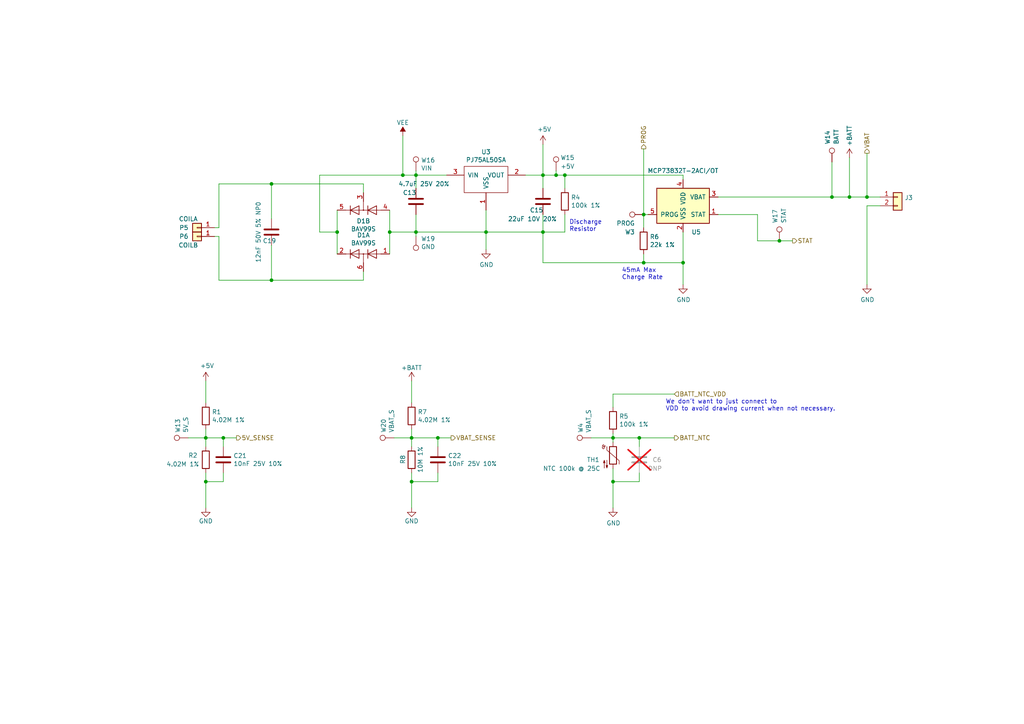
<source format=kicad_sch>
(kicad_sch (version 20230121) (generator eeschema)
  (paper "A4")
  (lib_symbols
    (symbol "Connector_Generic:Conn_01x01" (pin_names (offset 1.016) hide)
      (property "Reference" "J" (at 0 2.54 0))
      (property "Value" "Conn_01x01" (at 0 -2.54 0))
      (symbol "Conn_01x01_1_1"
        (rectangle (start -1.27 0.127) (end 0 -0.127) (stroke (width 0.1524)))
        (rectangle (start -1.27 1.27) (end 1.27 -1.27) (stroke (width 0.254)) (fill (type background)))
        (pin passive line (at -5.08 0 0) (length 3.81) (name "Pin_1") (number "1"))
      )
    )
    (symbol "Connector_Generic:Conn_01x02" (pin_names (offset 1.016) hide)
      (property "Reference" "J" (at 0 2.54 0))
      (property "Value" "Conn_01x02" (at 0 -5.08 0))
      (symbol "Conn_01x02_1_1"
        (rectangle (start -1.27 -2.413) (end 0 -2.667) (stroke (width 0.1524)))
        (rectangle (start -1.27 0.127) (end 0 -0.127) (stroke (width 0.1524)))
        (rectangle (start -1.27 1.27) (end 1.27 -3.81) (stroke (width 0.254)) (fill (type background)))
        (pin passive line (at -5.08 0 0) (length 3.81) (name "Pin_1") (number "1"))
        (pin passive line (at -5.08 -2.54 0) (length 3.81) (name "Pin_2") (number "2"))
      )
    )
    (symbol "Device:C" (pin_numbers hide) (pin_names (offset 0.254))
      (property "Reference" "C" (at 0.635 2.54 0))
      (property "Value" "C" (at 0.635 -2.54 0))
      (symbol "C_0_1"
        (polyline (pts (xy -2.032 -0.762) (xy 2.032 -0.762)) (stroke (width 0.508)))
        (polyline (pts (xy -2.032 0.762) (xy 2.032 0.762)) (stroke (width 0.508)))
      )
      (symbol "C_1_1"
        (pin passive line (at 0 3.81 270) (length 2.794) (name "~") (number "1"))
        (pin passive line (at 0 -3.81 90) (length 2.794) (name "~") (number "2"))
      )
    )
    (symbol "Device:R" (pin_numbers hide) (pin_names (offset 0))
      (property "Reference" "R" (at 2.032 0 90))
      (property "Value" "R" (at 0 0 90))
      (symbol "R_0_1"
        (rectangle (start -1.016 -2.54) (end 1.016 2.54) (stroke (width 0.254)))
      )
      (symbol "R_1_1"
        (pin passive line (at 0 3.81 270) (length 1.27) (name "~") (number "1"))
        (pin passive line (at 0 -3.81 90) (length 1.27) (name "~") (number "2"))
      )
    )
    (symbol "Device:Thermistor_NTC" (pin_numbers hide) (pin_names (offset 0))
      (property "Reference" "TH" (at -4.445 0 90))
      (property "Value" "Thermistor_NTC" (at 3.175 0 90))
      (symbol "Thermistor_NTC_0_1"
        (arc (start -3.048 2.159) (mid -3.0495 2.3143) (end -3.175 2.413))
        (arc (start -3.048 2.159) (mid -2.9736 1.9794) (end -2.794 1.905))
        (arc (start -3.048 2.794) (mid -2.9736 2.6144) (end -2.794 2.54))
        (arc (start -2.794 1.905) (mid -2.6144 1.9794) (end -2.54 2.159))
        (arc (start -2.794 2.54) (mid -2.4393 2.5587) (end -2.159 2.794))
        (arc (start -2.794 3.048) (mid -2.9736 2.9736) (end -3.048 2.794))
        (arc (start -2.54 2.794) (mid -2.6144 2.9736) (end -2.794 3.048))
        (rectangle (start -1.016 2.54) (end 1.016 -2.54) (stroke (width 0.254)))
        (polyline (pts (xy -2.54 2.159) (xy -2.54 2.794)))
        (polyline (pts (xy -1.778 2.54) (xy -1.778 1.524) (xy 1.778 -1.524) (xy 1.778 -2.54)))
        (polyline (pts (xy -2.54 -3.683) (xy -2.54 -1.397) (xy -2.794 -2.159) (xy -2.286 -2.159) (xy -2.54 -1.397) (xy -2.54 -1.651)) (fill (type outline)))
        (polyline (pts (xy -1.778 -1.397) (xy -1.778 -3.683) (xy -2.032 -2.921) (xy -1.524 -2.921) (xy -1.778 -3.683) (xy -1.778 -3.429)) (fill (type outline)))
      )
      (symbol "Thermistor_NTC_1_1"
        (pin passive line (at 0 3.81 270) (length 1.27) (name "~") (number "1"))
        (pin passive line (at 0 -3.81 90) (length 1.27) (name "~") (number "2"))
      )
    )
    (symbol "Pixels-dice:BAV99S-diode" (pin_names (offset 0.0254) hide)
      (property "Reference" "D" (at 0 2.54 0))
      (property "Value" "BAV99S-diode" (at 0 5.08 0))
      (symbol "BAV99S-diode_0_1"
        (polyline (pts (xy -5.08 0) (xy 5.08 0)))
        (polyline (pts (xy 0 0) (xy 0 -2.54)))
        (polyline (pts (xy -1.27 -1.27) (xy -1.27 1.27) (xy -1.27 1.27)) (stroke (width 0.2032)))
        (polyline (pts (xy 3.81 1.27) (xy 3.81 -1.27) (xy 3.81 -1.27)) (stroke (width 0.2032)))
        (polyline (pts (xy -3.81 1.27) (xy -1.27 0) (xy -3.81 -1.27) (xy -3.81 1.27) (xy -3.81 1.27) (xy -3.81 1.27)) (stroke (width 0.2032)))
        (polyline (pts (xy 1.27 1.27) (xy 3.81 0) (xy 1.27 -1.27) (xy 1.27 1.27) (xy 1.27 1.27) (xy 1.27 1.27)) (stroke (width 0.2032)))
        (circle (center 0 0) (radius 0.127))
      )
      (symbol "BAV99S-diode_1_1"
        (polyline (pts (xy 6.35 0) (xy 7.62 0)))
        (pin passive line (at -7.62 0 0) (length 2.54) (name "A1") (number "1"))
        (pin passive line (at 7.62 0 180) (length 2.54) (name "K2") (number "2"))
        (pin passive line (at 0 -5.08 90) (length 2.54) (name "K3A4") (number "6"))
      )
      (symbol "BAV99S-diode_2_1"
        (polyline (pts (xy 6.35 0) (xy 7.62 0)))
        (pin passive line (at 0 -5.08 90) (length 2.54) (name "K1A2") (number "3"))
        (pin passive line (at -7.62 0 0) (length 2.54) (name "A3") (number "4"))
        (pin passive line (at 7.62 0 180) (length 2.54) (name "K4") (number "5"))
      )
    )
    (symbol "Pixels-dice:HX6306P502MR" (pin_names (offset 1.016))
      (property "Reference" "U" (at 3.81 -6.35 0))
      (property "Value" "HX6306P502MR" (at 0 3.81 0))
      (symbol "HX6306P502MR_0_1"
        (rectangle (start -6.35 2.54) (end 6.35 -5.08))
      )
      (symbol "HX6306P502MR_1_1"
        (pin power_in line (at 0 -10.16 90) (length 5.08) (name "VSS") (number "1"))
        (pin power_out line (at 11.43 0 180) (length 5.08) (name "VOUT") (number "2"))
        (pin power_in line (at -11.43 0 0) (length 5.08) (name "VIN") (number "3"))
      )
    )
    (symbol "Pixels-dice:MCP73831-2-OT-battery_management" (pin_names (offset 1.016))
      (property "Reference" "U" (at -7.62 6.35 0))
      (property "Value" "MCP73831-2-OT-battery_management" (at 1.27 6.35 0))
      (symbol "MCP73831-2-OT-battery_management_0_1"
        (rectangle (start -7.62 5.08) (end 7.62 -5.08) (stroke (width 0.254)) (fill (type background)))
      )
      (symbol "MCP73831-2-OT-battery_management_1_1"
        (pin output line (at 10.16 -2.54 180) (length 2.54) (name "STAT") (number "1"))
        (pin power_in line (at 0 -7.62 90) (length 2.54) (name "VSS") (number "2"))
        (pin power_out line (at 10.16 2.54 180) (length 2.54) (name "VBAT") (number "3"))
        (pin power_in line (at 0 7.62 270) (length 2.54) (name "VDD") (number "4"))
        (pin input line (at -10.16 -2.54 0) (length 2.54) (name "PROG") (number "5"))
      )
    )
    (symbol "Pixels-dice:TEST_1P-conn" (pin_numbers hide) (pin_names (offset 0.762) hide)
      (property "Reference" "W" (at 0 6.858 0))
      (property "Value" "TEST_1P-conn" (at 0 5.08 0))
      (symbol "TEST_1P-conn_0_1"
        (circle (center 0 3.302) (radius 0.762))
      )
      (symbol "TEST_1P-conn_1_1"
        (pin passive line (at 0 0 90) (length 2.54) (name "1") (number "1"))
      )
    )
    (symbol "power:+5V" (power) (pin_names (offset 0))
      (property "Value" "+5V" (at 0 3.556 0))
      (symbol "+5V_0_1"
        (polyline (pts (xy -0.762 1.27) (xy 0 2.54)))
        (polyline (pts (xy 0 0) (xy 0 2.54)))
        (polyline (pts (xy 0 2.54) (xy 0.762 1.27)))
      )
      (symbol "+5V_1_1"
        (pin power_in line (at 0 0 90) (length 0) hide (name "+5V") (number "1"))
      )
    )
    (symbol "power:+BATT" (power) (pin_names (offset 0))
      (property "Value" "+BATT" (at 0 3.556 0))
      (symbol "+BATT_0_1"
        (polyline (pts (xy -0.762 1.27) (xy 0 2.54)))
        (polyline (pts (xy 0 0) (xy 0 2.54)))
        (polyline (pts (xy 0 2.54) (xy 0.762 1.27)))
      )
      (symbol "+BATT_1_1"
        (pin power_in line (at 0 0 90) (length 0) hide (name "+BATT") (number "1"))
      )
    )
    (symbol "power:GND" (power) (pin_names (offset 0))
      (property "Value" "GND" (at 0 -3.81 0))
      (symbol "GND_0_1"
        (polyline (pts (xy 0 0) (xy 0 -1.27) (xy 1.27 -1.27) (xy 0 -2.54) (xy -1.27 -1.27) (xy 0 -1.27)))
      )
      (symbol "GND_1_1"
        (pin power_in line (at 0 0 270) (length 0) hide (name "GND") (number "1"))
      )
    )
    (symbol "power:VEE" (power) (pin_names (offset 0))
      (property "Value" "VEE" (at 0 3.81 0))
      (symbol "VEE_0_1"
        (polyline (pts (xy 0 0) (xy 0 2.54)))
        (polyline (pts (xy 0.762 1.27) (xy -0.762 1.27) (xy 0 2.54) (xy 0.762 1.27)) (fill (type outline)))
      )
      (symbol "VEE_1_1"
        (pin power_in line (at 0 0 90) (length 0) hide (name "VEE") (number "1"))
      )
    )
  )
  (junction (at 163.83 50.8))
  (junction (at 97.79 67.31))
  (junction (at 251.46 57.15))
  (junction (at 177.8 139.7))
  (junction (at 59.69 127))
  (junction (at 186.69 76.2))
  (junction (at 59.69 139.7))
  (junction (at 198.12 76.2))
  (junction (at 186.69 62.23))
  (junction (at 157.48 67.31))
  (junction (at 246.38 57.15))
  (junction (at 140.97 67.31))
  (junction (at 177.8 127))
  (junction (at 120.65 67.31))
  (junction (at 78.74 53.34))
  (junction (at 120.65 50.8))
  (junction (at 119.38 139.7))
  (junction (at 64.77 127))
  (junction (at 241.3 57.15))
  (junction (at 157.48 50.8))
  (junction (at 78.74 81.28))
  (junction (at 161.29 50.8))
  (junction (at 185.42 127))
  (junction (at 119.38 127))
  (junction (at 113.03 67.31))
  (junction (at 226.06 69.85))
  (junction (at 116.84 50.8))
  (junction (at 127 127))
  (wire (pts (xy 177.8 125.73) (xy 177.8 127)))
  (wire (pts (xy 157.48 76.2) (xy 186.69 76.2)))
  (wire (pts (xy 163.83 62.23) (xy 163.83 67.31)))
  (wire (pts (xy 78.74 81.28) (xy 63.5 81.28)))
  (wire (pts (xy 163.83 67.31) (xy 157.48 67.31)))
  (wire (pts (xy 241.3 57.15) (xy 246.38 57.15)))
  (wire (pts (xy 127 139.7) (xy 119.38 139.7)))
  (wire (pts (xy 177.8 139.7) (xy 177.8 147.32)))
  (wire (pts (xy 59.69 137.16) (xy 59.69 139.7)))
  (wire (pts (xy 157.48 67.31) (xy 157.48 76.2)))
  (wire (pts (xy 161.29 49.53) (xy 161.29 50.8)))
  (wire (pts (xy 208.28 57.15) (xy 241.3 57.15)))
  (wire (pts (xy 54.61 127) (xy 59.69 127)))
  (wire (pts (xy 219.71 69.85) (xy 226.06 69.85)))
  (wire (pts (xy 59.69 116.84) (xy 59.69 110.49)))
  (wire (pts (xy 78.74 53.34) (xy 63.5 53.34)))
  (wire (pts (xy 251.46 44.45) (xy 251.46 57.15)))
  (wire (pts (xy 157.48 41.91) (xy 157.48 50.8)))
  (wire (pts (xy 251.46 57.15) (xy 246.38 57.15)))
  (wire (pts (xy 63.5 81.28) (xy 63.5 68.58)))
  (wire (pts (xy 97.79 60.96) (xy 97.79 67.31)))
  (wire (pts (xy 127 127) (xy 130.81 127)))
  (wire (pts (xy 157.48 67.31) (xy 157.48 62.23)))
  (wire (pts (xy 208.28 62.23) (xy 219.71 62.23)))
  (wire (pts (xy 241.3 46.99) (xy 241.3 57.15)))
  (wire (pts (xy 186.69 73.66) (xy 186.69 76.2)))
  (wire (pts (xy 163.83 50.8) (xy 163.83 54.61)))
  (wire (pts (xy 59.69 124.46) (xy 59.69 127)))
  (wire (pts (xy 63.5 66.04) (xy 62.23 66.04)))
  (wire (pts (xy 59.69 139.7) (xy 59.69 147.32)))
  (wire (pts (xy 161.29 50.8) (xy 163.83 50.8)))
  (wire (pts (xy 59.69 129.54) (xy 59.69 127)))
  (wire (pts (xy 185.42 127) (xy 185.42 129.54)))
  (wire (pts (xy 185.42 139.7) (xy 177.8 139.7)))
  (wire (pts (xy 63.5 53.34) (xy 63.5 66.04)))
  (wire (pts (xy 97.79 67.31) (xy 97.79 73.66)))
  (wire (pts (xy 113.03 60.96) (xy 113.03 67.31)))
  (wire (pts (xy 140.97 67.31) (xy 157.48 67.31)))
  (wire (pts (xy 113.03 67.31) (xy 113.03 73.66)))
  (wire (pts (xy 120.65 49.53) (xy 120.65 50.8)))
  (wire (pts (xy 127 137.16) (xy 127 139.7)))
  (wire (pts (xy 64.77 137.16) (xy 64.77 139.7)))
  (wire (pts (xy 171.45 127) (xy 177.8 127)))
  (wire (pts (xy 177.8 127) (xy 177.8 128.27)))
  (wire (pts (xy 59.69 127) (xy 64.77 127)))
  (wire (pts (xy 251.46 59.69) (xy 251.46 82.55)))
  (wire (pts (xy 105.41 78.74) (xy 105.41 81.28)))
  (wire (pts (xy 120.65 50.8) (xy 129.54 50.8)))
  (wire (pts (xy 120.65 50.8) (xy 120.65 54.61)))
  (wire (pts (xy 177.8 114.3) (xy 195.58 114.3)))
  (wire (pts (xy 114.3 127) (xy 119.38 127)))
  (wire (pts (xy 140.97 67.31) (xy 140.97 72.39)))
  (wire (pts (xy 186.69 43.18) (xy 186.69 62.23)))
  (wire (pts (xy 119.38 127) (xy 119.38 129.54)))
  (wire (pts (xy 177.8 135.89) (xy 177.8 139.7)))
  (wire (pts (xy 119.38 110.49) (xy 119.38 116.84)))
  (wire (pts (xy 119.38 137.16) (xy 119.38 139.7)))
  (wire (pts (xy 246.38 45.72) (xy 246.38 57.15)))
  (wire (pts (xy 64.77 127) (xy 68.58 127)))
  (wire (pts (xy 78.74 71.12) (xy 78.74 81.28)))
  (wire (pts (xy 120.65 67.31) (xy 113.03 67.31)))
  (wire (pts (xy 177.8 127) (xy 185.42 127)))
  (wire (pts (xy 198.12 52.07) (xy 198.12 50.8)))
  (wire (pts (xy 219.71 62.23) (xy 219.71 69.85)))
  (wire (pts (xy 64.77 129.54) (xy 64.77 127)))
  (wire (pts (xy 198.12 67.31) (xy 198.12 76.2)))
  (wire (pts (xy 152.4 50.8) (xy 157.48 50.8)))
  (wire (pts (xy 226.06 69.85) (xy 229.87 69.85)))
  (wire (pts (xy 157.48 50.8) (xy 157.48 54.61)))
  (wire (pts (xy 92.71 50.8) (xy 116.84 50.8)))
  (wire (pts (xy 140.97 60.96) (xy 140.97 67.31)))
  (wire (pts (xy 63.5 68.58) (xy 62.23 68.58)))
  (wire (pts (xy 78.74 53.34) (xy 105.41 53.34)))
  (wire (pts (xy 97.79 67.31) (xy 92.71 67.31)))
  (wire (pts (xy 127 127) (xy 127 129.54)))
  (wire (pts (xy 64.77 139.7) (xy 59.69 139.7)))
  (wire (pts (xy 185.42 137.16) (xy 185.42 139.7)))
  (wire (pts (xy 255.27 59.69) (xy 251.46 59.69)))
  (wire (pts (xy 187.96 62.23) (xy 186.69 62.23)))
  (wire (pts (xy 120.65 68.58) (xy 120.65 67.31)))
  (wire (pts (xy 119.38 124.46) (xy 119.38 127)))
  (wire (pts (xy 186.69 76.2) (xy 198.12 76.2)))
  (wire (pts (xy 119.38 127) (xy 127 127)))
  (wire (pts (xy 157.48 50.8) (xy 161.29 50.8)))
  (wire (pts (xy 92.71 67.31) (xy 92.71 50.8)))
  (wire (pts (xy 255.27 57.15) (xy 251.46 57.15)))
  (wire (pts (xy 119.38 139.7) (xy 119.38 147.32)))
  (wire (pts (xy 116.84 39.37) (xy 116.84 50.8)))
  (wire (pts (xy 120.65 62.23) (xy 120.65 67.31)))
  (wire (pts (xy 177.8 118.11) (xy 177.8 114.3)))
  (wire (pts (xy 185.42 127) (xy 195.58 127)))
  (wire (pts (xy 120.65 67.31) (xy 140.97 67.31)))
  (wire (pts (xy 105.41 55.88) (xy 105.41 53.34)))
  (wire (pts (xy 186.69 62.23) (xy 186.69 66.04)))
  (wire (pts (xy 78.74 63.5) (xy 78.74 53.34)))
  (wire (pts (xy 198.12 76.2) (xy 198.12 82.55)))
  (wire (pts (xy 163.83 50.8) (xy 198.12 50.8)))
  (wire (pts (xy 116.84 50.8) (xy 120.65 50.8)))
  (wire (pts (xy 78.74 81.28) (xy 105.41 81.28)))
  (text "Discharge\nResistor" (at 165.1 67.31 0) (effects (font (size 1.27 1.27)) (justify left bottom)))
  (text "45mA Max\nCharge Rate" (at 180.34 81.28 0) (effects (font (size 1.27 1.27)) (justify left bottom)))
  (text "We don't want to just connect to\nVDD to avoid drawing current when not necessary." (at 193.04 119.38 0) (effects (font (size 1.27 1.27)) (justify left bottom)))
  (hierarchical_label "BATT_NTC" (shape output) (at 195.58 127 0))
  (hierarchical_label "VBAT" (shape output) (at 251.46 44.45 90))
  (hierarchical_label "PROG" (shape output) (at 186.69 43.18 90))
  (hierarchical_label "5V_SENSE" (shape output) (at 68.58 127 0))
  (hierarchical_label "STAT" (shape output) (at 229.87 69.85 0))
  (hierarchical_label "BATT_NTC_VDD" (shape input) (at 195.58 114.3 0))
  (hierarchical_label "VBAT_SENSE" (shape output) (at 130.81 127 0))
  (symbol (lib_id "power:GND") (at 251.46 82.55 0) (unit 1)
    (property "Reference" "#PWR052" (effects hide))
    (property "Value" "GND" (at 251.587 86.9442 0))
  )
  (symbol (lib_id "Device:R") (at 163.83 58.42 0) (unit 1)
    (property "Reference" "R4" (at 165.608 57.2516 0) (effects (justify left)))
    (property "Value" "100k 1%" (at 165.608 59.563 0) (effects (justify left)))
    (property "Footprint" "Pixels-dice:R_0402_1005Metric" (effects hide))
    (property "Generic OK" "YES" (effects hide))
    (property "Pixels Part Number" "SMD-R006" (effects hide))
    (property "Manufacturer" "UNI-ROYAL(Uniroyal Elec)" (effects hide))
    (property "Manufacturer Part Number" "0402WGF1003TCE" (effects hide))
  )
  (symbol (lib_id "power:GND") (at 177.8 147.32 0) (unit 1)
    (property "Reference" "#PWR?" (effects hide))
    (property "Value" "GND" (at 177.927 151.7142 0))
  )
  (symbol (lib_id "Device:C") (at 120.65 58.42 0) (unit 1)
    (property "Reference" "C13" (at 116.84 55.88 0) (effects (justify left)))
    (property "Value" "4.7uF 25V 20%" (at 115.57 53.34 0) (effects (justify left)))
    (property "Footprint" "Capacitor_SMD:C_0603_1608Metric" (effects hide))
    (property "Generic OK" "YES" (effects hide))
    (property "Pixels Part Number" "SMD-C010" (effects hide))
    (property "Manufacturer" "Murata" (effects hide))
    (property "Manufacturer Part Number" "GRM188R61E475KE11D" (effects hide))
  )
  (symbol (lib_id "Pixels-dice:TEST_1P-conn") (at 120.65 49.53 0) (unit 1)
    (property "Reference" "W16" (at 122.1232 46.482 0) (effects (justify left)))
    (property "Value" "VIN" (at 122.1232 48.7934 0) (effects (justify left)))
    (property "Footprint" "Pixels-dice:TEST_PIN" (effects hide))
    (property "Generic OK" "N/A" (effects hide))
  )
  (symbol (lib_id "power:VEE") (at 116.84 39.37 0) (unit 1)
    (property "Reference" "#PWR032" (effects hide))
    (property "Value" "VEE" (at 116.84 35.56 0))
  )
  (symbol (lib_id "power:+5V") (at 59.69 110.49 0) (unit 1)
    (property "Reference" "#PWR057" (effects hide))
    (property "Value" "+5V" (at 60.071 106.0958 0))
  )
  (symbol (lib_id "Pixels-dice:TEST_1P-conn") (at 54.61 127 90) (unit 1)
    (property "Reference" "W13" (at 51.562 125.5268 0) (effects (justify left)))
    (property "Value" "5V_S" (at 53.8734 125.5268 0) (effects (justify left)))
    (property "Footprint" "Pixels-dice:TEST_PIN" (effects hide))
    (property "Generic OK" "N/A" (effects hide))
  )
  (symbol (lib_id "Device:C") (at 78.74 67.31 0) (unit 1)
    (property "Reference" "C19" (at 76.2 69.85 0) (effects (justify left)))
    (property "Value" "12nF 50V 5% NP0" (at 74.93 76.2 90) (effects (justify left)))
    (property "Footprint" "Capacitor_SMD:C_0805_2012Metric" (effects hide))
    (property "Generic OK" "NO" (effects hide))
    (property "Pixels Part Number" "SMD-C011" (effects hide))
    (property "Manufacturer" "Murata" (effects hide))
    (property "Manufacturer Part Number" "GRM2195C1H123JA01D" (effects hide))
  )
  (symbol (lib_id "Device:R") (at 186.69 69.85 0) (unit 1)
    (property "Reference" "R6" (at 188.468 68.6816 0) (effects (justify left)))
    (property "Value" "22k 1%" (at 188.468 70.993 0) (effects (justify left)))
    (property "Footprint" "Pixels-dice:R_0402_1005Metric" (effects hide))
    (property "Generic OK" "YES" (effects hide))
    (property "Pixels Part Number" "SMD-R002" (effects hide))
    (property "Manufacturer" "UNI-ROYAL(Uniroyal Elec)" (effects hide))
    (property "Manufacturer Part Number" "0402WGF2202TCE" (effects hide))
  )
  (symbol (lib_id "Device:R") (at 119.38 120.65 0) (unit 1)
    (property "Reference" "R7" (at 121.158 119.4816 0) (effects (justify left)))
    (property "Value" "4.02M 1%" (at 121.158 121.793 0) (effects (justify left)))
    (property "Footprint" "Pixels-dice:R_0402_1005Metric" (effects hide))
    (property "Generic OK" "YES" (effects hide))
    (property "Pixels Part Number" "SMD-R003" (effects hide))
    (property "Manufacturer" "UNI-ROYAL(Uniroyal Elec)" (effects hide))
    (property "Manufacturer Part Number" "0402WGF4024TCE" (effects hide))
  )
  (symbol (lib_id "power:+BATT") (at 119.38 110.49 0) (unit 1)
    (property "Reference" "#PWR058" (effects hide))
    (property "Value" "+BATT" (at 119.38 106.68 0))
  )
  (symbol (lib_id "Device:R") (at 119.38 133.35 0) (unit 1)
    (property "Reference" "R8" (at 116.84 134.62 90) (effects (justify left)))
    (property "Value" "10M 1%" (at 121.92 137.16 90) (effects (justify left)))
    (property "Footprint" "Pixels-dice:R_0402_1005Metric" (effects hide))
    (property "Generic OK" "YES" (effects hide))
    (property "Pixels Part Number" "SMD-R004" (effects hide))
    (property "Manufacturer" "UNI-ROYAL(Uniroyal Elec)" (effects hide))
    (property "Manufacturer Part Number" "0402WGF1005TCE" (effects hide))
  )
  (symbol (lib_id "Pixels-dice:MCP73831-2-OT-battery_management") (at 198.12 59.69 0) (unit 1)
    (property "Reference" "U5" (at 201.93 67.31 0))
    (property "Value" "MCP73832T-2ACI/OT" (at 198.12 49.53 0))
    (property "Footprint" "Package_TO_SOT_SMD:SOT-23-5" (effects hide))
    (property "Datasheet" "http://ww1.microchip.com/downloads/en/DeviceDoc/20001984g.pdf" (effects hide))
    (property "Generic OK" "NO" (effects hide))
    (property "Manufacturer" "Microchip" (effects hide))
    (property "Manufacturer Part Number" "MCP73832T-2ACI/OT" (effects hide))
    (property "Pixels Part Number" "SMD-U005" (effects hide))
  )
  (symbol (lib_id "Device:R") (at 59.69 120.65 0) (unit 1)
    (property "Reference" "R1" (at 61.468 119.4816 0) (effects (justify left)))
    (property "Value" "4.02M 1%" (at 61.468 121.793 0) (effects (justify left)))
    (property "Footprint" "Pixels-dice:R_0402_1005Metric" (effects hide))
    (property "Generic OK" "YES" (effects hide))
    (property "Pixels Part Number" "SMD-R003" (effects hide))
    (property "Manufacturer" "UNI-ROYAL(Uniroyal Elec)" (effects hide))
    (property "Manufacturer Part Number" "0402WGF4024TCE" (effects hide))
  )
  (symbol (lib_id "power:GND") (at 119.38 147.32 0) (unit 1)
    (property "Reference" "#PWR060" (effects hide))
    (property "Value" "GND" (at 119.38 151.13 0))
  )
  (symbol (lib_id "power:+5V") (at 157.48 41.91 0) (unit 1)
    (property "Reference" "#PWR040" (effects hide))
    (property "Value" "+5V" (at 157.861 37.5158 0))
  )
  (symbol (lib_id "Device:C") (at 127 133.35 0) (unit 1)
    (property "Reference" "C22" (at 129.921 132.1816 0) (effects (justify left)))
    (property "Value" "10nF 25V 10%" (at 129.921 134.493 0) (effects (justify left)))
    (property "Footprint" "Pixels-dice:C_0402_1005Metric" (effects hide))
    (property "Generic OK" "YES" (effects hide))
    (property "Pixels Part Number" "SMD-C009" (effects hide))
    (property "Manufacturer" "Murata" (effects hide))
    (property "Manufacturer Part Number" "GRM155R71H103KA88" (effects hide))
  )
  (symbol (lib_id "Pixels-dice:TEST_1P-conn") (at 226.06 69.85 0) (unit 1)
    (property "Reference" "W17" (at 224.79 64.77 90) (effects (justify left)))
    (property "Value" "STAT" (at 227.33 64.77 90) (effects (justify left)))
    (property "Footprint" "Pixels-dice:TEST_PIN" (effects hide))
    (property "Generic OK" "N/A" (effects hide))
  )
  (symbol (lib_id "Device:C") (at 185.42 133.35 0) (unit 1) (in_bom no) (dnp yes)
    (property "Reference" "C6" (at 189.23 133.35 0) (effects (justify left)))
    (property "Value" "DNP" (at 187.96 135.89 0) (effects (justify left)))
    (property "Footprint" "Pixels-dice:C_0402_1005Metric" (effects hide))
    (property "Generic OK" "YES" (effects hide))
    (property "Pixels Part Number" "SMD-C005" (effects hide))
  )
  (symbol (lib_id "Device:Thermistor_NTC") (at 177.8 132.08 0) (unit 1)
    (property "Reference" "TH1" (at 170.18 133.35 0) (effects (justify left)))
    (property "Value" "NTC 100k @ 25C" (at 157.48 135.89 0) (effects (justify left)))
    (property "Footprint" "Pixels-dice:R_0402_1005Metric" (effects hide))
    (property "Generic OK" "NO" (effects hide))
    (property "Manufacturer" "TDK" (effects hide))
    (property "Manufacturer Part Number" "NTCG104EF104FT1X" (effects hide))
  )
  (symbol (lib_id "power:GND") (at 198.12 82.55 0) (unit 1)
    (property "Reference" "#PWR051" (effects hide))
    (property "Value" "GND" (at 198.247 86.9442 0))
  )
  (symbol (lib_id "power:GND") (at 140.97 72.39 0) (unit 1)
    (property "Reference" "#PWR050" (effects hide))
    (property "Value" "GND" (at 141.097 76.7842 0))
  )
  (symbol (lib_id "power:+BATT") (at 246.38 45.72 0) (unit 1)
    (property "Reference" "#PWR041" (effects hide))
    (property "Value" "+BATT" (at 246.38 39.37 90))
  )
  (symbol (lib_id "Connector_Generic:Conn_01x02") (at 260.35 57.15 0) (unit 1)
    (property "Reference" "J3" (at 262.382 57.3532 0) (effects (justify left)))
    (property "Value" "Conn_01x02" (effects hide))
    (property "Footprint" "Pixels-dice:Hongjie 10100 Connector" (effects hide))
    (property "Generic OK" "N/A" (effects hide))
  )
  (symbol (lib_id "Device:C") (at 157.48 58.42 0) (unit 1)
    (property "Reference" "C15" (at 153.67 60.96 0) (effects (justify left)))
    (property "Value" "22uF 10V 20%" (at 147.32 63.5 0) (effects (justify left)))
    (property "Footprint" "Capacitor_SMD:C_0603_1608Metric" (effects hide))
    (property "Generic OK" "YES" (effects hide))
    (property "Pixels Part Number" "SMD-C002" (effects hide))
    (property "Manufacturer" "Murata" (effects hide))
    (property "Manufacturer Part Number" "GRM188R61A226ME15D" (effects hide))
  )
  (symbol (lib_id "Pixels-dice:TEST_1P-conn") (at 120.65 68.58 180) (unit 1)
    (property "Reference" "W19" (at 122.1232 69.2658 0) (effects (justify right)))
    (property "Value" "GND" (at 122.1232 71.5772 0) (effects (justify right)))
    (property "Footprint" "Pixels-dice:TEST_PIN" (effects hide))
    (property "Generic OK" "N/A" (effects hide))
  )
  (symbol (lib_id "Pixels-dice:TEST_1P-conn") (at 241.3 46.99 0) (unit 1)
    (property "Reference" "W14" (at 240.03 41.91 90) (effects (justify left)))
    (property "Value" "BATT" (at 242.57 41.91 90) (effects (justify left)))
    (property "Footprint" "Pixels-dice:TEST_PIN" (effects hide))
    (property "Generic OK" "N/A" (effects hide))
  )
  (symbol (lib_id "Pixels-dice:TEST_1P-conn") (at 186.69 62.23 90) (unit 1)
    (property "Reference" "W3" (at 184.15 67.31 90) (effects (justify left)))
    (property "Value" "PROG" (at 184.15 64.77 90) (effects (justify left)))
    (property "Footprint" "Pixels-dice:TEST_PIN" (effects hide))
    (property "Generic OK" "N/A" (effects hide))
  )
  (symbol (lib_id "Connector_Generic:Conn_01x01") (at 57.15 68.58 180) (unit 1)
    (property "Reference" "P6" (at 53.34 68.58 0))
    (property "Value" "COILB" (at 54.61 71.12 0))
    (property "Footprint" "TestPoint:TestPoint_THTPad_D1.5mm_Drill0.7mm" (effects hide))
    (property "Generic OK" "N/A" (effects hide))
  )
  (symbol (lib_id "Connector_Generic:Conn_01x01") (at 57.15 66.04 180) (unit 1)
    (property "Reference" "P5" (at 53.34 66.04 0))
    (property "Value" "COILA" (at 54.61 63.5 0))
    (property "Footprint" "TestPoint:TestPoint_THTPad_D1.5mm_Drill0.7mm" (effects hide))
    (property "Generic OK" "N/A" (effects hide))
  )
  (symbol (lib_id "Pixels-dice:TEST_1P-conn") (at 114.3 127 90) (unit 1)
    (property "Reference" "W20" (at 111.252 125.5268 0) (effects (justify left)))
    (property "Value" "VBAT_S" (at 113.5634 125.5268 0) (effects (justify left)))
    (property "Footprint" "Pixels-dice:TEST_PIN" (effects hide))
    (property "Generic OK" "N/A" (effects hide))
  )
  (symbol (lib_id "Pixels-dice:HX6306P502MR") (at 140.97 50.8 0) (unit 1)
    (property "Reference" "U3" (at 140.97 44.069 0))
    (property "Value" "PJ75AL50SA" (at 140.97 46.3804 0))
    (property "Footprint" "Pixels-dice:SOT-23" (effects hide))
    (property "Manufacturer" "PJSEMI" (effects hide))
    (property "Manufacturer Part Number" "PJ75AL50SA" (effects hide))
    (property "Generic OK" "NO" (effects hide))
  )
  (symbol (lib_id "Pixels-dice:TEST_1P-conn") (at 161.29 49.53 0) (unit 1)
    (property "Reference" "W15" (at 162.56 45.72 0) (effects (justify left)))
    (property "Value" "+5V" (at 162.56 48.26 0) (effects (justify left)))
    (property "Footprint" "Pixels-dice:TEST_PIN" (effects hide))
    (property "Generic OK" "N/A" (effects hide))
  )
  (symbol (lib_id "Device:R") (at 177.8 121.92 0) (unit 1)
    (property "Reference" "R5" (at 179.578 120.7516 0) (effects (justify left)))
    (property "Value" "100k 1%" (at 179.578 123.063 0) (effects (justify left)))
    (property "Footprint" "Pixels-dice:R_0402_1005Metric" (effects hide))
    (property "Generic OK" "YES" (effects hide))
    (property "Pixels Part Number" "SMD-R006" (effects hide))
    (property "Manufacturer" "UNI-ROYAL(Uniroyal Elec)" (effects hide))
    (property "Manufacturer Part Number" "0402WGF1003TCE" (effects hide))
  )
  (symbol (lib_id "Pixels-dice:BAV99S-diode") (at 105.41 60.96 180) (unit 2)
    (property "Reference" "D1" (at 105.41 64.1096 0))
    (property "Value" "BAV99S" (at 105.41 66.421 0))
    (property "Footprint" "Package_TO_SOT_SMD:SOT-363_SC-70-6" (effects hide))
    (property "Datasheet" "https://assets.nexperia.com/documents/data-sheet/BAV99_SER.pdf" (effects hide))
    (property "Generic OK" "YES" (effects hide))
    (property "Manufacturer" "Nexperia" (effects hide))
    (property "Manufacturer Part Number" "BAV99S,115" (effects hide))
    (property "Pixels Part Number" "SMD-D001" (effects hide))
  )
  (symbol (lib_id "power:GND") (at 59.69 147.32 0) (unit 1)
    (property "Reference" "#PWR059" (effects hide))
    (property "Value" "GND" (at 59.69 151.13 0))
  )
  (symbol (lib_id "Pixels-dice:TEST_1P-conn") (at 171.45 127 90) (unit 1)
    (property "Reference" "W4" (at 168.402 125.5268 0) (effects (justify left)))
    (property "Value" "VBAT_S" (at 170.7134 125.5268 0) (effects (justify left)))
    (property "Footprint" "Pixels-dice:TEST_PIN" (effects hide))
    (property "Generic OK" "N/A" (effects hide))
  )
  (symbol (lib_id "Pixels-dice:BAV99S-diode") (at 105.41 73.66 0) (mirror y) (unit 1)
    (property "Reference" "D1" (at 105.41 68.1736 0))
    (property "Value" "BAV99S" (at 105.41 70.485 0))
    (property "Footprint" "Package_TO_SOT_SMD:SOT-363_SC-70-6" (effects hide))
    (property "Datasheet" "https://assets.nexperia.com/documents/data-sheet/BAV99_SER.pdf" (effects hide))
    (property "Generic OK" "YES" (effects hide))
    (property "Manufacturer" "Nexperia" (effects hide))
    (property "Manufacturer Part Number" "BAV99S,115" (effects hide))
    (property "Pixels Part Number" "SMD-D001" (effects hide))
  )
  (symbol (lib_id "Device:C") (at 64.77 133.35 0) (unit 1)
    (property "Reference" "C21" (at 67.691 132.1816 0) (effects (justify left)))
    (property "Value" "10nF 25V 10%" (at 67.691 134.493 0) (effects (justify left)))
    (property "Footprint" "Pixels-dice:C_0402_1005Metric" (effects hide))
    (property "Generic OK" "YES" (effects hide))
    (property "Pixels Part Number" "SMD-C009" (effects hide))
    (property "Manufacturer" "Murata" (effects hide))
    (property "Manufacturer Part Number" "GRM155R71H103KA88" (effects hide))
  )
  (symbol (lib_id "Device:R") (at 59.69 133.35 0) (unit 1)
    (property "Reference" "R2" (at 54.61 132.08 0) (effects (justify left)))
    (property "Value" "4.02M 1%" (at 48.26 134.62 0) (effects (justify left)))
    (property "Footprint" "Pixels-dice:R_0402_1005Metric" (effects hide))
    (property "Generic OK" "YES" (effects hide))
    (property "Pixels Part Number" "SMD-R003" (effects hide))
    (property "Manufacturer" "UNI-ROYAL(Uniroyal Elec)" (effects hide))
    (property "Manufacturer Part Number" "0402WGF4024TCE" (effects hide))
  )
)
</source>
